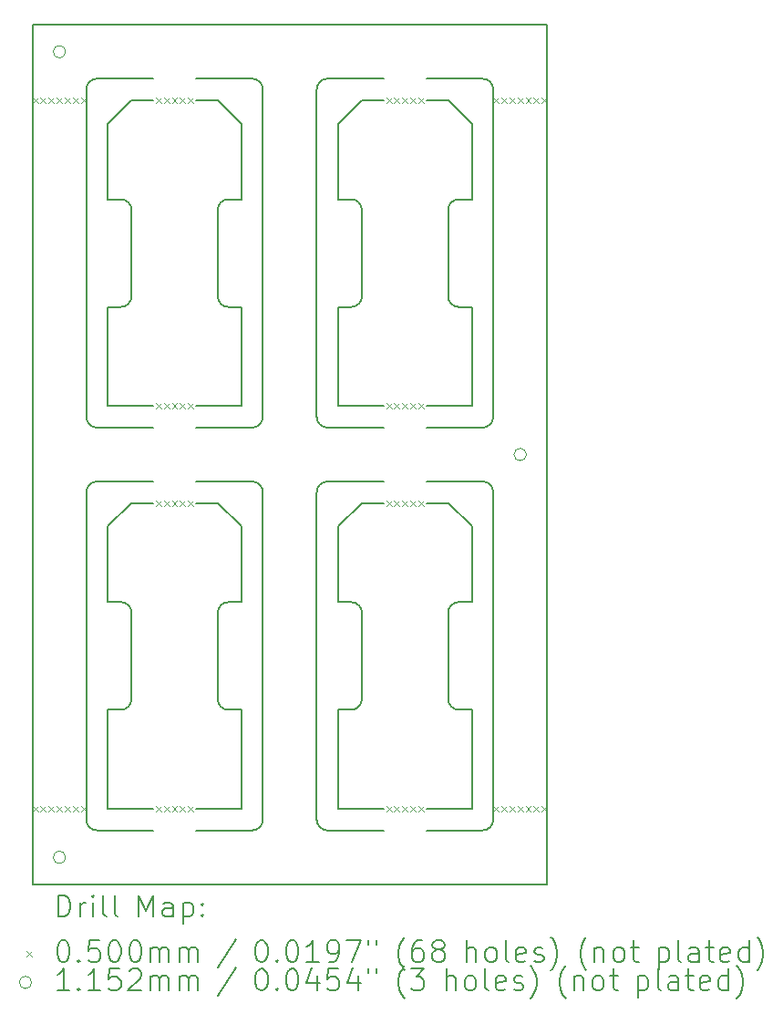
<source format=gbr>
%TF.GenerationSoftware,KiCad,Pcbnew,(7.0.0-0)*%
%TF.CreationDate,2025-08-17T10:05:12+12:00*%
%TF.ProjectId,signal_panelized_X4,7369676e-616c-45f7-9061-6e656c697a65,rev?*%
%TF.SameCoordinates,Original*%
%TF.FileFunction,Drillmap*%
%TF.FilePolarity,Positive*%
%FSLAX45Y45*%
G04 Gerber Fmt 4.5, Leading zero omitted, Abs format (unit mm)*
G04 Created by KiCad (PCBNEW (7.0.0-0)) date 2025-08-17 10:05:12*
%MOMM*%
%LPD*%
G01*
G04 APERTURE LIST*
%ADD10C,0.150000*%
%ADD11C,0.200000*%
%ADD12C,0.050000*%
%ADD13C,0.115200*%
G04 APERTURE END LIST*
D10*
X16925000Y-11765000D02*
X16925000Y-12685000D01*
X14585000Y-12785000D02*
X14585000Y-9745000D01*
X16725000Y-9045000D02*
X16725000Y-6005000D01*
X14685000Y-5905000D02*
G75*
G03*
X14585000Y-6005000I0J-100000D01*
G01*
X18165000Y-7025000D02*
X18045000Y-7025000D01*
X14905000Y-8025000D02*
G75*
G03*
X15005000Y-7925000I0J100000D01*
G01*
X16825000Y-9645000D02*
G75*
G03*
X16725000Y-9745000I0J-100000D01*
G01*
X15605004Y-8945000D02*
X16025000Y-8945000D01*
X17345000Y-12885000D02*
X16825000Y-12885000D01*
X17145000Y-10865000D02*
X17145000Y-11665000D01*
X18265000Y-12885000D02*
G75*
G03*
X18365000Y-12785000I0J100000D01*
G01*
X17947513Y-6105000D02*
X18165000Y-6322487D01*
X16025000Y-10765000D02*
X15905000Y-10765000D01*
X17945000Y-10865000D02*
X17945000Y-11665000D01*
X16925000Y-6322487D02*
X17142487Y-6105000D01*
X16125000Y-9145000D02*
X15605004Y-9145000D01*
X18165000Y-10062487D02*
X18165000Y-10765000D01*
X16225000Y-9745000D02*
G75*
G03*
X16125000Y-9645000I-100000J0D01*
G01*
X18045000Y-10765000D02*
G75*
G03*
X17945000Y-10865000I0J-100000D01*
G01*
X15605000Y-9645000D02*
X16125000Y-9645000D01*
X17045000Y-8025000D02*
G75*
G03*
X17145000Y-7925000I0J100000D01*
G01*
X17745000Y-6105000D02*
X17947513Y-6105000D01*
X16925000Y-11765000D02*
X17045000Y-11765000D01*
X17945000Y-11665000D02*
G75*
G03*
X18045000Y-11765000I100000J0D01*
G01*
X14085000Y-5405000D02*
X18865000Y-5405000D01*
X18865000Y-5405000D02*
X18865000Y-13385000D01*
X18865000Y-13385000D02*
X14085000Y-13385000D01*
X14085000Y-13385000D02*
X14085000Y-5405000D01*
X18365000Y-9745000D02*
X18365000Y-12785000D01*
X14785000Y-6322487D02*
X15002487Y-6105000D01*
X14685000Y-5905000D02*
X15204996Y-5905000D01*
X17145000Y-10865000D02*
G75*
G03*
X17045000Y-10765000I-100000J0D01*
G01*
X14785000Y-11765000D02*
X14905000Y-11765000D01*
X16925000Y-10765000D02*
X17045000Y-10765000D01*
X15905000Y-10765000D02*
G75*
G03*
X15805000Y-10865000I0J-100000D01*
G01*
X15805000Y-10865000D02*
X15805000Y-11665000D01*
X17142487Y-6105000D02*
X17344996Y-6105000D01*
X14785000Y-10062487D02*
X14785000Y-10765000D01*
X15005000Y-10865000D02*
X15005000Y-11665000D01*
X16025000Y-11765000D02*
X16025000Y-12685000D01*
X16925000Y-6322487D02*
X16925000Y-7025000D01*
X15005000Y-7125000D02*
X15005000Y-7925000D01*
X14785000Y-7025000D02*
X14905000Y-7025000D01*
X16725000Y-12785000D02*
X16725000Y-9745000D01*
X16925000Y-8025000D02*
X16925000Y-8945000D01*
X18165000Y-8025000D02*
X18045000Y-8025000D01*
X15807513Y-9845000D02*
X16025000Y-10062487D01*
X16125000Y-12885000D02*
X15605004Y-12885000D01*
X15205000Y-12885000D02*
X14685000Y-12885000D01*
X15805000Y-11665000D02*
G75*
G03*
X15905000Y-11765000I100000J0D01*
G01*
X15805000Y-7125000D02*
X15805000Y-7925000D01*
X14785000Y-8025000D02*
X14905000Y-8025000D01*
X16825000Y-5905000D02*
G75*
G03*
X16725000Y-6005000I0J-100000D01*
G01*
X14685000Y-9645000D02*
X15204996Y-9645000D01*
X18165000Y-11765000D02*
X18165000Y-12685000D01*
X18165000Y-8025000D02*
X18165000Y-8945000D01*
X15205000Y-12685000D02*
X14785000Y-12685000D01*
X16725000Y-9045000D02*
G75*
G03*
X16825000Y-9145000I100000J0D01*
G01*
X17745000Y-9845000D02*
X17947513Y-9845000D01*
X16225000Y-6005000D02*
G75*
G03*
X16125000Y-5905000I-100000J0D01*
G01*
X15605004Y-12685000D02*
X16025000Y-12685000D01*
X14585000Y-9045000D02*
G75*
G03*
X14685000Y-9145000I100000J0D01*
G01*
X18265000Y-9145000D02*
X17745004Y-9145000D01*
X17745004Y-12685000D02*
X18165000Y-12685000D01*
X15005000Y-10865000D02*
G75*
G03*
X14905000Y-10765000I-100000J0D01*
G01*
X16825000Y-9645000D02*
X17344996Y-9645000D01*
X15605000Y-6105000D02*
X15807513Y-6105000D01*
X18265000Y-12885000D02*
X17745004Y-12885000D01*
X14585000Y-12785000D02*
G75*
G03*
X14685000Y-12885000I100000J0D01*
G01*
X15805000Y-7925000D02*
G75*
G03*
X15905000Y-8025000I100000J0D01*
G01*
X14785000Y-10765000D02*
X14905000Y-10765000D01*
X16725000Y-12785000D02*
G75*
G03*
X16825000Y-12885000I100000J0D01*
G01*
X16025000Y-10062487D02*
X16025000Y-10765000D01*
X14685000Y-9645000D02*
G75*
G03*
X14585000Y-9745000I0J-100000D01*
G01*
X16125000Y-9145000D02*
G75*
G03*
X16225000Y-9045000I0J100000D01*
G01*
X16925000Y-10062487D02*
X16925000Y-10765000D01*
X17345000Y-12685000D02*
X16925000Y-12685000D01*
X18045000Y-7025000D02*
G75*
G03*
X17945000Y-7125000I0J-100000D01*
G01*
X15005000Y-7125000D02*
G75*
G03*
X14905000Y-7025000I-100000J0D01*
G01*
X17745000Y-5905000D02*
X18265000Y-5905000D01*
X16025000Y-11765000D02*
X15905000Y-11765000D01*
X18165000Y-6322487D02*
X18165000Y-7025000D01*
X17345000Y-9145000D02*
X16825000Y-9145000D01*
X16225000Y-6005000D02*
X16225000Y-9045000D01*
X18365000Y-9745000D02*
G75*
G03*
X18265000Y-9645000I-100000J0D01*
G01*
X15002487Y-6105000D02*
X15204996Y-6105000D01*
X15807513Y-6105000D02*
X16025000Y-6322487D01*
X17945000Y-7125000D02*
X17945000Y-7925000D01*
X14785000Y-11765000D02*
X14785000Y-12685000D01*
X14785000Y-6322487D02*
X14785000Y-7025000D01*
X16025000Y-8025000D02*
X15905000Y-8025000D01*
X17947513Y-9845000D02*
X18165000Y-10062487D01*
X18165000Y-10765000D02*
X18045000Y-10765000D01*
X17142487Y-9845000D02*
X17344996Y-9845000D01*
X16025000Y-6322487D02*
X16025000Y-7025000D01*
X15605000Y-9845000D02*
X15807513Y-9845000D01*
X17045000Y-11765000D02*
G75*
G03*
X17145000Y-11665000I0J100000D01*
G01*
X16225000Y-9745000D02*
X16225000Y-12785000D01*
X15605000Y-5905000D02*
X16125000Y-5905000D01*
X15205000Y-8945000D02*
X14785000Y-8945000D01*
X17745004Y-8945000D02*
X18165000Y-8945000D01*
X15205000Y-9145000D02*
X14685000Y-9145000D01*
X14585000Y-9045000D02*
X14585000Y-6005000D01*
X16925000Y-10062487D02*
X17142487Y-9845000D01*
X16125000Y-12885000D02*
G75*
G03*
X16225000Y-12785000I0J100000D01*
G01*
X18365000Y-6005000D02*
G75*
G03*
X18265000Y-5905000I-100000J0D01*
G01*
X18365000Y-6005000D02*
X18365000Y-9045000D01*
X16925000Y-7025000D02*
X17045000Y-7025000D01*
X17745000Y-9645000D02*
X18265000Y-9645000D01*
X16025000Y-8025000D02*
X16025000Y-8945000D01*
X16825000Y-5905000D02*
X17344996Y-5905000D01*
X17345000Y-8945000D02*
X16925000Y-8945000D01*
X18265000Y-9145000D02*
G75*
G03*
X18365000Y-9045000I0J100000D01*
G01*
X14905000Y-11765000D02*
G75*
G03*
X15005000Y-11665000I0J100000D01*
G01*
X14785000Y-8025000D02*
X14785000Y-8945000D01*
X15905000Y-7025000D02*
G75*
G03*
X15805000Y-7125000I0J-100000D01*
G01*
X16025000Y-7025000D02*
X15905000Y-7025000D01*
X18165000Y-11765000D02*
X18045000Y-11765000D01*
X15002487Y-9845000D02*
X15204996Y-9845000D01*
X17145000Y-7125000D02*
X17145000Y-7925000D01*
X16925000Y-8025000D02*
X17045000Y-8025000D01*
X17945000Y-7925000D02*
G75*
G03*
X18045000Y-8025000I100000J0D01*
G01*
X17145000Y-7125000D02*
G75*
G03*
X17045000Y-7025000I-100000J0D01*
G01*
X14785000Y-10062487D02*
X15002487Y-9845000D01*
D11*
D12*
X14085000Y-6080000D02*
X14135000Y-6130000D01*
X14135000Y-6080000D02*
X14085000Y-6130000D01*
X14085000Y-12660000D02*
X14135000Y-12710000D01*
X14135000Y-12660000D02*
X14085000Y-12710000D01*
X14160000Y-6080000D02*
X14210000Y-6130000D01*
X14210000Y-6080000D02*
X14160000Y-6130000D01*
X14160000Y-12660000D02*
X14210000Y-12710000D01*
X14210000Y-12660000D02*
X14160000Y-12710000D01*
X14235000Y-6080000D02*
X14285000Y-6130000D01*
X14285000Y-6080000D02*
X14235000Y-6130000D01*
X14235000Y-12660000D02*
X14285000Y-12710000D01*
X14285000Y-12660000D02*
X14235000Y-12710000D01*
X14310000Y-6080000D02*
X14360000Y-6130000D01*
X14360000Y-6080000D02*
X14310000Y-6130000D01*
X14310000Y-12660000D02*
X14360000Y-12710000D01*
X14360000Y-12660000D02*
X14310000Y-12710000D01*
X14385000Y-6080000D02*
X14435000Y-6130000D01*
X14435000Y-6080000D02*
X14385000Y-6130000D01*
X14385000Y-12660000D02*
X14435000Y-12710000D01*
X14435000Y-12660000D02*
X14385000Y-12710000D01*
X14460000Y-6080000D02*
X14510000Y-6130000D01*
X14510000Y-6080000D02*
X14460000Y-6130000D01*
X14460000Y-12660000D02*
X14510000Y-12710000D01*
X14510000Y-12660000D02*
X14460000Y-12710000D01*
X14535000Y-6080000D02*
X14585000Y-6130000D01*
X14585000Y-6080000D02*
X14535000Y-6130000D01*
X14535000Y-12660000D02*
X14585000Y-12710000D01*
X14585000Y-12660000D02*
X14535000Y-12710000D01*
X15230000Y-6080000D02*
X15280000Y-6130000D01*
X15280000Y-6080000D02*
X15230000Y-6130000D01*
X15230000Y-8920000D02*
X15280000Y-8970000D01*
X15280000Y-8920000D02*
X15230000Y-8970000D01*
X15230000Y-9820000D02*
X15280000Y-9870000D01*
X15280000Y-9820000D02*
X15230000Y-9870000D01*
X15230000Y-12660000D02*
X15280000Y-12710000D01*
X15280000Y-12660000D02*
X15230000Y-12710000D01*
X15305000Y-6080000D02*
X15355000Y-6130000D01*
X15355000Y-6080000D02*
X15305000Y-6130000D01*
X15305000Y-8920000D02*
X15355000Y-8970000D01*
X15355000Y-8920000D02*
X15305000Y-8970000D01*
X15305000Y-9820000D02*
X15355000Y-9870000D01*
X15355000Y-9820000D02*
X15305000Y-9870000D01*
X15305000Y-12660000D02*
X15355000Y-12710000D01*
X15355000Y-12660000D02*
X15305000Y-12710000D01*
X15379998Y-6080000D02*
X15429998Y-6130000D01*
X15429998Y-6080000D02*
X15379998Y-6130000D01*
X15379998Y-9820000D02*
X15429998Y-9870000D01*
X15429998Y-9820000D02*
X15379998Y-9870000D01*
X15380002Y-8920000D02*
X15430002Y-8970000D01*
X15430002Y-8920000D02*
X15380002Y-8970000D01*
X15380002Y-12660000D02*
X15430002Y-12710000D01*
X15430002Y-12660000D02*
X15380002Y-12710000D01*
X15455000Y-6080000D02*
X15505000Y-6130000D01*
X15505000Y-6080000D02*
X15455000Y-6130000D01*
X15455000Y-8920000D02*
X15505000Y-8970000D01*
X15505000Y-8920000D02*
X15455000Y-8970000D01*
X15455000Y-9820000D02*
X15505000Y-9870000D01*
X15505000Y-9820000D02*
X15455000Y-9870000D01*
X15455000Y-12660000D02*
X15505000Y-12710000D01*
X15505000Y-12660000D02*
X15455000Y-12710000D01*
X15530000Y-6080000D02*
X15580000Y-6130000D01*
X15580000Y-6080000D02*
X15530000Y-6130000D01*
X15530000Y-8920000D02*
X15580000Y-8970000D01*
X15580000Y-8920000D02*
X15530000Y-8970000D01*
X15530000Y-9820000D02*
X15580000Y-9870000D01*
X15580000Y-9820000D02*
X15530000Y-9870000D01*
X15530000Y-12660000D02*
X15580000Y-12710000D01*
X15580000Y-12660000D02*
X15530000Y-12710000D01*
X17370000Y-6080000D02*
X17420000Y-6130000D01*
X17420000Y-6080000D02*
X17370000Y-6130000D01*
X17370000Y-8920000D02*
X17420000Y-8970000D01*
X17420000Y-8920000D02*
X17370000Y-8970000D01*
X17370000Y-9820000D02*
X17420000Y-9870000D01*
X17420000Y-9820000D02*
X17370000Y-9870000D01*
X17370000Y-12660000D02*
X17420000Y-12710000D01*
X17420000Y-12660000D02*
X17370000Y-12710000D01*
X17445000Y-6080000D02*
X17495000Y-6130000D01*
X17495000Y-6080000D02*
X17445000Y-6130000D01*
X17445000Y-8920000D02*
X17495000Y-8970000D01*
X17495000Y-8920000D02*
X17445000Y-8970000D01*
X17445000Y-9820000D02*
X17495000Y-9870000D01*
X17495000Y-9820000D02*
X17445000Y-9870000D01*
X17445000Y-12660000D02*
X17495000Y-12710000D01*
X17495000Y-12660000D02*
X17445000Y-12710000D01*
X17519998Y-6080000D02*
X17569998Y-6130000D01*
X17569998Y-6080000D02*
X17519998Y-6130000D01*
X17519998Y-9820000D02*
X17569998Y-9870000D01*
X17569998Y-9820000D02*
X17519998Y-9870000D01*
X17520002Y-8920000D02*
X17570002Y-8970000D01*
X17570002Y-8920000D02*
X17520002Y-8970000D01*
X17520002Y-12660000D02*
X17570002Y-12710000D01*
X17570002Y-12660000D02*
X17520002Y-12710000D01*
X17595000Y-6080000D02*
X17645000Y-6130000D01*
X17645000Y-6080000D02*
X17595000Y-6130000D01*
X17595000Y-8920000D02*
X17645000Y-8970000D01*
X17645000Y-8920000D02*
X17595000Y-8970000D01*
X17595000Y-9820000D02*
X17645000Y-9870000D01*
X17645000Y-9820000D02*
X17595000Y-9870000D01*
X17595000Y-12660000D02*
X17645000Y-12710000D01*
X17645000Y-12660000D02*
X17595000Y-12710000D01*
X17670000Y-6080000D02*
X17720000Y-6130000D01*
X17720000Y-6080000D02*
X17670000Y-6130000D01*
X17670000Y-8920000D02*
X17720000Y-8970000D01*
X17720000Y-8920000D02*
X17670000Y-8970000D01*
X17670000Y-9820000D02*
X17720000Y-9870000D01*
X17720000Y-9820000D02*
X17670000Y-9870000D01*
X17670000Y-12660000D02*
X17720000Y-12710000D01*
X17720000Y-12660000D02*
X17670000Y-12710000D01*
X18365000Y-6080000D02*
X18415000Y-6130000D01*
X18415000Y-6080000D02*
X18365000Y-6130000D01*
X18365000Y-12660000D02*
X18415000Y-12710000D01*
X18415000Y-12660000D02*
X18365000Y-12710000D01*
X18440000Y-6080000D02*
X18490000Y-6130000D01*
X18490000Y-6080000D02*
X18440000Y-6130000D01*
X18440000Y-12660000D02*
X18490000Y-12710000D01*
X18490000Y-12660000D02*
X18440000Y-12710000D01*
X18515000Y-6080000D02*
X18565000Y-6130000D01*
X18565000Y-6080000D02*
X18515000Y-6130000D01*
X18515000Y-12660000D02*
X18565000Y-12710000D01*
X18565000Y-12660000D02*
X18515000Y-12710000D01*
X18590000Y-6080000D02*
X18640000Y-6130000D01*
X18640000Y-6080000D02*
X18590000Y-6130000D01*
X18590000Y-12660000D02*
X18640000Y-12710000D01*
X18640000Y-12660000D02*
X18590000Y-12710000D01*
X18665000Y-6080000D02*
X18715000Y-6130000D01*
X18715000Y-6080000D02*
X18665000Y-6130000D01*
X18665000Y-12660000D02*
X18715000Y-12710000D01*
X18715000Y-12660000D02*
X18665000Y-12710000D01*
X18740000Y-6080000D02*
X18790000Y-6130000D01*
X18790000Y-6080000D02*
X18740000Y-6130000D01*
X18740000Y-12660000D02*
X18790000Y-12710000D01*
X18790000Y-12660000D02*
X18740000Y-12710000D01*
X18815000Y-6080000D02*
X18865000Y-6130000D01*
X18865000Y-6080000D02*
X18815000Y-6130000D01*
X18815000Y-12660000D02*
X18865000Y-12710000D01*
X18865000Y-12660000D02*
X18815000Y-12710000D01*
D13*
X14392600Y-5655000D02*
G75*
G03*
X14392600Y-5655000I-57600J0D01*
G01*
X14392600Y-13135000D02*
G75*
G03*
X14392600Y-13135000I-57600J0D01*
G01*
X18672600Y-9395000D02*
G75*
G03*
X18672600Y-9395000I-57600J0D01*
G01*
D11*
X14325119Y-13685976D02*
X14325119Y-13485976D01*
X14325119Y-13485976D02*
X14372738Y-13485976D01*
X14372738Y-13485976D02*
X14401309Y-13495500D01*
X14401309Y-13495500D02*
X14420357Y-13514548D01*
X14420357Y-13514548D02*
X14429881Y-13533595D01*
X14429881Y-13533595D02*
X14439405Y-13571690D01*
X14439405Y-13571690D02*
X14439405Y-13600262D01*
X14439405Y-13600262D02*
X14429881Y-13638357D01*
X14429881Y-13638357D02*
X14420357Y-13657405D01*
X14420357Y-13657405D02*
X14401309Y-13676452D01*
X14401309Y-13676452D02*
X14372738Y-13685976D01*
X14372738Y-13685976D02*
X14325119Y-13685976D01*
X14525119Y-13685976D02*
X14525119Y-13552643D01*
X14525119Y-13590738D02*
X14534643Y-13571690D01*
X14534643Y-13571690D02*
X14544167Y-13562167D01*
X14544167Y-13562167D02*
X14563214Y-13552643D01*
X14563214Y-13552643D02*
X14582262Y-13552643D01*
X14648928Y-13685976D02*
X14648928Y-13552643D01*
X14648928Y-13485976D02*
X14639405Y-13495500D01*
X14639405Y-13495500D02*
X14648928Y-13505024D01*
X14648928Y-13505024D02*
X14658452Y-13495500D01*
X14658452Y-13495500D02*
X14648928Y-13485976D01*
X14648928Y-13485976D02*
X14648928Y-13505024D01*
X14772738Y-13685976D02*
X14753690Y-13676452D01*
X14753690Y-13676452D02*
X14744167Y-13657405D01*
X14744167Y-13657405D02*
X14744167Y-13485976D01*
X14877500Y-13685976D02*
X14858452Y-13676452D01*
X14858452Y-13676452D02*
X14848928Y-13657405D01*
X14848928Y-13657405D02*
X14848928Y-13485976D01*
X15073690Y-13685976D02*
X15073690Y-13485976D01*
X15073690Y-13485976D02*
X15140357Y-13628833D01*
X15140357Y-13628833D02*
X15207024Y-13485976D01*
X15207024Y-13485976D02*
X15207024Y-13685976D01*
X15387976Y-13685976D02*
X15387976Y-13581214D01*
X15387976Y-13581214D02*
X15378452Y-13562167D01*
X15378452Y-13562167D02*
X15359405Y-13552643D01*
X15359405Y-13552643D02*
X15321309Y-13552643D01*
X15321309Y-13552643D02*
X15302262Y-13562167D01*
X15387976Y-13676452D02*
X15368928Y-13685976D01*
X15368928Y-13685976D02*
X15321309Y-13685976D01*
X15321309Y-13685976D02*
X15302262Y-13676452D01*
X15302262Y-13676452D02*
X15292738Y-13657405D01*
X15292738Y-13657405D02*
X15292738Y-13638357D01*
X15292738Y-13638357D02*
X15302262Y-13619309D01*
X15302262Y-13619309D02*
X15321309Y-13609786D01*
X15321309Y-13609786D02*
X15368928Y-13609786D01*
X15368928Y-13609786D02*
X15387976Y-13600262D01*
X15483214Y-13552643D02*
X15483214Y-13752643D01*
X15483214Y-13562167D02*
X15502262Y-13552643D01*
X15502262Y-13552643D02*
X15540357Y-13552643D01*
X15540357Y-13552643D02*
X15559405Y-13562167D01*
X15559405Y-13562167D02*
X15568928Y-13571690D01*
X15568928Y-13571690D02*
X15578452Y-13590738D01*
X15578452Y-13590738D02*
X15578452Y-13647881D01*
X15578452Y-13647881D02*
X15568928Y-13666928D01*
X15568928Y-13666928D02*
X15559405Y-13676452D01*
X15559405Y-13676452D02*
X15540357Y-13685976D01*
X15540357Y-13685976D02*
X15502262Y-13685976D01*
X15502262Y-13685976D02*
X15483214Y-13676452D01*
X15664167Y-13666928D02*
X15673690Y-13676452D01*
X15673690Y-13676452D02*
X15664167Y-13685976D01*
X15664167Y-13685976D02*
X15654643Y-13676452D01*
X15654643Y-13676452D02*
X15664167Y-13666928D01*
X15664167Y-13666928D02*
X15664167Y-13685976D01*
X15664167Y-13562167D02*
X15673690Y-13571690D01*
X15673690Y-13571690D02*
X15664167Y-13581214D01*
X15664167Y-13581214D02*
X15654643Y-13571690D01*
X15654643Y-13571690D02*
X15664167Y-13562167D01*
X15664167Y-13562167D02*
X15664167Y-13581214D01*
D12*
X14027500Y-14007500D02*
X14077500Y-14057500D01*
X14077500Y-14007500D02*
X14027500Y-14057500D01*
D11*
X14363214Y-13905976D02*
X14382262Y-13905976D01*
X14382262Y-13905976D02*
X14401309Y-13915500D01*
X14401309Y-13915500D02*
X14410833Y-13925024D01*
X14410833Y-13925024D02*
X14420357Y-13944071D01*
X14420357Y-13944071D02*
X14429881Y-13982167D01*
X14429881Y-13982167D02*
X14429881Y-14029786D01*
X14429881Y-14029786D02*
X14420357Y-14067881D01*
X14420357Y-14067881D02*
X14410833Y-14086928D01*
X14410833Y-14086928D02*
X14401309Y-14096452D01*
X14401309Y-14096452D02*
X14382262Y-14105976D01*
X14382262Y-14105976D02*
X14363214Y-14105976D01*
X14363214Y-14105976D02*
X14344167Y-14096452D01*
X14344167Y-14096452D02*
X14334643Y-14086928D01*
X14334643Y-14086928D02*
X14325119Y-14067881D01*
X14325119Y-14067881D02*
X14315595Y-14029786D01*
X14315595Y-14029786D02*
X14315595Y-13982167D01*
X14315595Y-13982167D02*
X14325119Y-13944071D01*
X14325119Y-13944071D02*
X14334643Y-13925024D01*
X14334643Y-13925024D02*
X14344167Y-13915500D01*
X14344167Y-13915500D02*
X14363214Y-13905976D01*
X14515595Y-14086928D02*
X14525119Y-14096452D01*
X14525119Y-14096452D02*
X14515595Y-14105976D01*
X14515595Y-14105976D02*
X14506071Y-14096452D01*
X14506071Y-14096452D02*
X14515595Y-14086928D01*
X14515595Y-14086928D02*
X14515595Y-14105976D01*
X14706071Y-13905976D02*
X14610833Y-13905976D01*
X14610833Y-13905976D02*
X14601309Y-14001214D01*
X14601309Y-14001214D02*
X14610833Y-13991690D01*
X14610833Y-13991690D02*
X14629881Y-13982167D01*
X14629881Y-13982167D02*
X14677500Y-13982167D01*
X14677500Y-13982167D02*
X14696548Y-13991690D01*
X14696548Y-13991690D02*
X14706071Y-14001214D01*
X14706071Y-14001214D02*
X14715595Y-14020262D01*
X14715595Y-14020262D02*
X14715595Y-14067881D01*
X14715595Y-14067881D02*
X14706071Y-14086928D01*
X14706071Y-14086928D02*
X14696548Y-14096452D01*
X14696548Y-14096452D02*
X14677500Y-14105976D01*
X14677500Y-14105976D02*
X14629881Y-14105976D01*
X14629881Y-14105976D02*
X14610833Y-14096452D01*
X14610833Y-14096452D02*
X14601309Y-14086928D01*
X14839405Y-13905976D02*
X14858452Y-13905976D01*
X14858452Y-13905976D02*
X14877500Y-13915500D01*
X14877500Y-13915500D02*
X14887024Y-13925024D01*
X14887024Y-13925024D02*
X14896548Y-13944071D01*
X14896548Y-13944071D02*
X14906071Y-13982167D01*
X14906071Y-13982167D02*
X14906071Y-14029786D01*
X14906071Y-14029786D02*
X14896548Y-14067881D01*
X14896548Y-14067881D02*
X14887024Y-14086928D01*
X14887024Y-14086928D02*
X14877500Y-14096452D01*
X14877500Y-14096452D02*
X14858452Y-14105976D01*
X14858452Y-14105976D02*
X14839405Y-14105976D01*
X14839405Y-14105976D02*
X14820357Y-14096452D01*
X14820357Y-14096452D02*
X14810833Y-14086928D01*
X14810833Y-14086928D02*
X14801309Y-14067881D01*
X14801309Y-14067881D02*
X14791786Y-14029786D01*
X14791786Y-14029786D02*
X14791786Y-13982167D01*
X14791786Y-13982167D02*
X14801309Y-13944071D01*
X14801309Y-13944071D02*
X14810833Y-13925024D01*
X14810833Y-13925024D02*
X14820357Y-13915500D01*
X14820357Y-13915500D02*
X14839405Y-13905976D01*
X15029881Y-13905976D02*
X15048929Y-13905976D01*
X15048929Y-13905976D02*
X15067976Y-13915500D01*
X15067976Y-13915500D02*
X15077500Y-13925024D01*
X15077500Y-13925024D02*
X15087024Y-13944071D01*
X15087024Y-13944071D02*
X15096548Y-13982167D01*
X15096548Y-13982167D02*
X15096548Y-14029786D01*
X15096548Y-14029786D02*
X15087024Y-14067881D01*
X15087024Y-14067881D02*
X15077500Y-14086928D01*
X15077500Y-14086928D02*
X15067976Y-14096452D01*
X15067976Y-14096452D02*
X15048929Y-14105976D01*
X15048929Y-14105976D02*
X15029881Y-14105976D01*
X15029881Y-14105976D02*
X15010833Y-14096452D01*
X15010833Y-14096452D02*
X15001309Y-14086928D01*
X15001309Y-14086928D02*
X14991786Y-14067881D01*
X14991786Y-14067881D02*
X14982262Y-14029786D01*
X14982262Y-14029786D02*
X14982262Y-13982167D01*
X14982262Y-13982167D02*
X14991786Y-13944071D01*
X14991786Y-13944071D02*
X15001309Y-13925024D01*
X15001309Y-13925024D02*
X15010833Y-13915500D01*
X15010833Y-13915500D02*
X15029881Y-13905976D01*
X15182262Y-14105976D02*
X15182262Y-13972643D01*
X15182262Y-13991690D02*
X15191786Y-13982167D01*
X15191786Y-13982167D02*
X15210833Y-13972643D01*
X15210833Y-13972643D02*
X15239405Y-13972643D01*
X15239405Y-13972643D02*
X15258452Y-13982167D01*
X15258452Y-13982167D02*
X15267976Y-14001214D01*
X15267976Y-14001214D02*
X15267976Y-14105976D01*
X15267976Y-14001214D02*
X15277500Y-13982167D01*
X15277500Y-13982167D02*
X15296548Y-13972643D01*
X15296548Y-13972643D02*
X15325119Y-13972643D01*
X15325119Y-13972643D02*
X15344167Y-13982167D01*
X15344167Y-13982167D02*
X15353690Y-14001214D01*
X15353690Y-14001214D02*
X15353690Y-14105976D01*
X15448929Y-14105976D02*
X15448929Y-13972643D01*
X15448929Y-13991690D02*
X15458452Y-13982167D01*
X15458452Y-13982167D02*
X15477500Y-13972643D01*
X15477500Y-13972643D02*
X15506071Y-13972643D01*
X15506071Y-13972643D02*
X15525119Y-13982167D01*
X15525119Y-13982167D02*
X15534643Y-14001214D01*
X15534643Y-14001214D02*
X15534643Y-14105976D01*
X15534643Y-14001214D02*
X15544167Y-13982167D01*
X15544167Y-13982167D02*
X15563214Y-13972643D01*
X15563214Y-13972643D02*
X15591786Y-13972643D01*
X15591786Y-13972643D02*
X15610833Y-13982167D01*
X15610833Y-13982167D02*
X15620357Y-14001214D01*
X15620357Y-14001214D02*
X15620357Y-14105976D01*
X15978452Y-13896452D02*
X15807024Y-14153595D01*
X16203214Y-13905976D02*
X16222262Y-13905976D01*
X16222262Y-13905976D02*
X16241310Y-13915500D01*
X16241310Y-13915500D02*
X16250833Y-13925024D01*
X16250833Y-13925024D02*
X16260357Y-13944071D01*
X16260357Y-13944071D02*
X16269881Y-13982167D01*
X16269881Y-13982167D02*
X16269881Y-14029786D01*
X16269881Y-14029786D02*
X16260357Y-14067881D01*
X16260357Y-14067881D02*
X16250833Y-14086928D01*
X16250833Y-14086928D02*
X16241310Y-14096452D01*
X16241310Y-14096452D02*
X16222262Y-14105976D01*
X16222262Y-14105976D02*
X16203214Y-14105976D01*
X16203214Y-14105976D02*
X16184167Y-14096452D01*
X16184167Y-14096452D02*
X16174643Y-14086928D01*
X16174643Y-14086928D02*
X16165119Y-14067881D01*
X16165119Y-14067881D02*
X16155595Y-14029786D01*
X16155595Y-14029786D02*
X16155595Y-13982167D01*
X16155595Y-13982167D02*
X16165119Y-13944071D01*
X16165119Y-13944071D02*
X16174643Y-13925024D01*
X16174643Y-13925024D02*
X16184167Y-13915500D01*
X16184167Y-13915500D02*
X16203214Y-13905976D01*
X16355595Y-14086928D02*
X16365119Y-14096452D01*
X16365119Y-14096452D02*
X16355595Y-14105976D01*
X16355595Y-14105976D02*
X16346071Y-14096452D01*
X16346071Y-14096452D02*
X16355595Y-14086928D01*
X16355595Y-14086928D02*
X16355595Y-14105976D01*
X16488929Y-13905976D02*
X16507976Y-13905976D01*
X16507976Y-13905976D02*
X16527024Y-13915500D01*
X16527024Y-13915500D02*
X16536548Y-13925024D01*
X16536548Y-13925024D02*
X16546071Y-13944071D01*
X16546071Y-13944071D02*
X16555595Y-13982167D01*
X16555595Y-13982167D02*
X16555595Y-14029786D01*
X16555595Y-14029786D02*
X16546071Y-14067881D01*
X16546071Y-14067881D02*
X16536548Y-14086928D01*
X16536548Y-14086928D02*
X16527024Y-14096452D01*
X16527024Y-14096452D02*
X16507976Y-14105976D01*
X16507976Y-14105976D02*
X16488929Y-14105976D01*
X16488929Y-14105976D02*
X16469881Y-14096452D01*
X16469881Y-14096452D02*
X16460357Y-14086928D01*
X16460357Y-14086928D02*
X16450833Y-14067881D01*
X16450833Y-14067881D02*
X16441310Y-14029786D01*
X16441310Y-14029786D02*
X16441310Y-13982167D01*
X16441310Y-13982167D02*
X16450833Y-13944071D01*
X16450833Y-13944071D02*
X16460357Y-13925024D01*
X16460357Y-13925024D02*
X16469881Y-13915500D01*
X16469881Y-13915500D02*
X16488929Y-13905976D01*
X16746071Y-14105976D02*
X16631786Y-14105976D01*
X16688929Y-14105976D02*
X16688929Y-13905976D01*
X16688929Y-13905976D02*
X16669881Y-13934548D01*
X16669881Y-13934548D02*
X16650833Y-13953595D01*
X16650833Y-13953595D02*
X16631786Y-13963119D01*
X16841310Y-14105976D02*
X16879405Y-14105976D01*
X16879405Y-14105976D02*
X16898453Y-14096452D01*
X16898453Y-14096452D02*
X16907976Y-14086928D01*
X16907976Y-14086928D02*
X16927024Y-14058357D01*
X16927024Y-14058357D02*
X16936548Y-14020262D01*
X16936548Y-14020262D02*
X16936548Y-13944071D01*
X16936548Y-13944071D02*
X16927024Y-13925024D01*
X16927024Y-13925024D02*
X16917500Y-13915500D01*
X16917500Y-13915500D02*
X16898453Y-13905976D01*
X16898453Y-13905976D02*
X16860357Y-13905976D01*
X16860357Y-13905976D02*
X16841310Y-13915500D01*
X16841310Y-13915500D02*
X16831786Y-13925024D01*
X16831786Y-13925024D02*
X16822262Y-13944071D01*
X16822262Y-13944071D02*
X16822262Y-13991690D01*
X16822262Y-13991690D02*
X16831786Y-14010738D01*
X16831786Y-14010738D02*
X16841310Y-14020262D01*
X16841310Y-14020262D02*
X16860357Y-14029786D01*
X16860357Y-14029786D02*
X16898453Y-14029786D01*
X16898453Y-14029786D02*
X16917500Y-14020262D01*
X16917500Y-14020262D02*
X16927024Y-14010738D01*
X16927024Y-14010738D02*
X16936548Y-13991690D01*
X17003214Y-13905976D02*
X17136548Y-13905976D01*
X17136548Y-13905976D02*
X17050833Y-14105976D01*
X17203214Y-13905976D02*
X17203214Y-13944071D01*
X17279405Y-13905976D02*
X17279405Y-13944071D01*
X17542262Y-14182167D02*
X17532738Y-14172643D01*
X17532738Y-14172643D02*
X17513691Y-14144071D01*
X17513691Y-14144071D02*
X17504167Y-14125024D01*
X17504167Y-14125024D02*
X17494643Y-14096452D01*
X17494643Y-14096452D02*
X17485119Y-14048833D01*
X17485119Y-14048833D02*
X17485119Y-14010738D01*
X17485119Y-14010738D02*
X17494643Y-13963119D01*
X17494643Y-13963119D02*
X17504167Y-13934548D01*
X17504167Y-13934548D02*
X17513691Y-13915500D01*
X17513691Y-13915500D02*
X17532738Y-13886928D01*
X17532738Y-13886928D02*
X17542262Y-13877405D01*
X17704167Y-13905976D02*
X17666072Y-13905976D01*
X17666072Y-13905976D02*
X17647024Y-13915500D01*
X17647024Y-13915500D02*
X17637500Y-13925024D01*
X17637500Y-13925024D02*
X17618453Y-13953595D01*
X17618453Y-13953595D02*
X17608929Y-13991690D01*
X17608929Y-13991690D02*
X17608929Y-14067881D01*
X17608929Y-14067881D02*
X17618453Y-14086928D01*
X17618453Y-14086928D02*
X17627976Y-14096452D01*
X17627976Y-14096452D02*
X17647024Y-14105976D01*
X17647024Y-14105976D02*
X17685119Y-14105976D01*
X17685119Y-14105976D02*
X17704167Y-14096452D01*
X17704167Y-14096452D02*
X17713691Y-14086928D01*
X17713691Y-14086928D02*
X17723214Y-14067881D01*
X17723214Y-14067881D02*
X17723214Y-14020262D01*
X17723214Y-14020262D02*
X17713691Y-14001214D01*
X17713691Y-14001214D02*
X17704167Y-13991690D01*
X17704167Y-13991690D02*
X17685119Y-13982167D01*
X17685119Y-13982167D02*
X17647024Y-13982167D01*
X17647024Y-13982167D02*
X17627976Y-13991690D01*
X17627976Y-13991690D02*
X17618453Y-14001214D01*
X17618453Y-14001214D02*
X17608929Y-14020262D01*
X17837500Y-13991690D02*
X17818453Y-13982167D01*
X17818453Y-13982167D02*
X17808929Y-13972643D01*
X17808929Y-13972643D02*
X17799405Y-13953595D01*
X17799405Y-13953595D02*
X17799405Y-13944071D01*
X17799405Y-13944071D02*
X17808929Y-13925024D01*
X17808929Y-13925024D02*
X17818453Y-13915500D01*
X17818453Y-13915500D02*
X17837500Y-13905976D01*
X17837500Y-13905976D02*
X17875595Y-13905976D01*
X17875595Y-13905976D02*
X17894643Y-13915500D01*
X17894643Y-13915500D02*
X17904167Y-13925024D01*
X17904167Y-13925024D02*
X17913691Y-13944071D01*
X17913691Y-13944071D02*
X17913691Y-13953595D01*
X17913691Y-13953595D02*
X17904167Y-13972643D01*
X17904167Y-13972643D02*
X17894643Y-13982167D01*
X17894643Y-13982167D02*
X17875595Y-13991690D01*
X17875595Y-13991690D02*
X17837500Y-13991690D01*
X17837500Y-13991690D02*
X17818453Y-14001214D01*
X17818453Y-14001214D02*
X17808929Y-14010738D01*
X17808929Y-14010738D02*
X17799405Y-14029786D01*
X17799405Y-14029786D02*
X17799405Y-14067881D01*
X17799405Y-14067881D02*
X17808929Y-14086928D01*
X17808929Y-14086928D02*
X17818453Y-14096452D01*
X17818453Y-14096452D02*
X17837500Y-14105976D01*
X17837500Y-14105976D02*
X17875595Y-14105976D01*
X17875595Y-14105976D02*
X17894643Y-14096452D01*
X17894643Y-14096452D02*
X17904167Y-14086928D01*
X17904167Y-14086928D02*
X17913691Y-14067881D01*
X17913691Y-14067881D02*
X17913691Y-14029786D01*
X17913691Y-14029786D02*
X17904167Y-14010738D01*
X17904167Y-14010738D02*
X17894643Y-14001214D01*
X17894643Y-14001214D02*
X17875595Y-13991690D01*
X18119405Y-14105976D02*
X18119405Y-13905976D01*
X18205119Y-14105976D02*
X18205119Y-14001214D01*
X18205119Y-14001214D02*
X18195595Y-13982167D01*
X18195595Y-13982167D02*
X18176548Y-13972643D01*
X18176548Y-13972643D02*
X18147976Y-13972643D01*
X18147976Y-13972643D02*
X18128929Y-13982167D01*
X18128929Y-13982167D02*
X18119405Y-13991690D01*
X18328929Y-14105976D02*
X18309881Y-14096452D01*
X18309881Y-14096452D02*
X18300357Y-14086928D01*
X18300357Y-14086928D02*
X18290834Y-14067881D01*
X18290834Y-14067881D02*
X18290834Y-14010738D01*
X18290834Y-14010738D02*
X18300357Y-13991690D01*
X18300357Y-13991690D02*
X18309881Y-13982167D01*
X18309881Y-13982167D02*
X18328929Y-13972643D01*
X18328929Y-13972643D02*
X18357500Y-13972643D01*
X18357500Y-13972643D02*
X18376548Y-13982167D01*
X18376548Y-13982167D02*
X18386072Y-13991690D01*
X18386072Y-13991690D02*
X18395595Y-14010738D01*
X18395595Y-14010738D02*
X18395595Y-14067881D01*
X18395595Y-14067881D02*
X18386072Y-14086928D01*
X18386072Y-14086928D02*
X18376548Y-14096452D01*
X18376548Y-14096452D02*
X18357500Y-14105976D01*
X18357500Y-14105976D02*
X18328929Y-14105976D01*
X18509881Y-14105976D02*
X18490834Y-14096452D01*
X18490834Y-14096452D02*
X18481310Y-14077405D01*
X18481310Y-14077405D02*
X18481310Y-13905976D01*
X18662262Y-14096452D02*
X18643215Y-14105976D01*
X18643215Y-14105976D02*
X18605119Y-14105976D01*
X18605119Y-14105976D02*
X18586072Y-14096452D01*
X18586072Y-14096452D02*
X18576548Y-14077405D01*
X18576548Y-14077405D02*
X18576548Y-14001214D01*
X18576548Y-14001214D02*
X18586072Y-13982167D01*
X18586072Y-13982167D02*
X18605119Y-13972643D01*
X18605119Y-13972643D02*
X18643215Y-13972643D01*
X18643215Y-13972643D02*
X18662262Y-13982167D01*
X18662262Y-13982167D02*
X18671786Y-14001214D01*
X18671786Y-14001214D02*
X18671786Y-14020262D01*
X18671786Y-14020262D02*
X18576548Y-14039309D01*
X18747976Y-14096452D02*
X18767024Y-14105976D01*
X18767024Y-14105976D02*
X18805119Y-14105976D01*
X18805119Y-14105976D02*
X18824167Y-14096452D01*
X18824167Y-14096452D02*
X18833691Y-14077405D01*
X18833691Y-14077405D02*
X18833691Y-14067881D01*
X18833691Y-14067881D02*
X18824167Y-14048833D01*
X18824167Y-14048833D02*
X18805119Y-14039309D01*
X18805119Y-14039309D02*
X18776548Y-14039309D01*
X18776548Y-14039309D02*
X18757500Y-14029786D01*
X18757500Y-14029786D02*
X18747976Y-14010738D01*
X18747976Y-14010738D02*
X18747976Y-14001214D01*
X18747976Y-14001214D02*
X18757500Y-13982167D01*
X18757500Y-13982167D02*
X18776548Y-13972643D01*
X18776548Y-13972643D02*
X18805119Y-13972643D01*
X18805119Y-13972643D02*
X18824167Y-13982167D01*
X18900357Y-14182167D02*
X18909881Y-14172643D01*
X18909881Y-14172643D02*
X18928929Y-14144071D01*
X18928929Y-14144071D02*
X18938453Y-14125024D01*
X18938453Y-14125024D02*
X18947976Y-14096452D01*
X18947976Y-14096452D02*
X18957500Y-14048833D01*
X18957500Y-14048833D02*
X18957500Y-14010738D01*
X18957500Y-14010738D02*
X18947976Y-13963119D01*
X18947976Y-13963119D02*
X18938453Y-13934548D01*
X18938453Y-13934548D02*
X18928929Y-13915500D01*
X18928929Y-13915500D02*
X18909881Y-13886928D01*
X18909881Y-13886928D02*
X18900357Y-13877405D01*
X19229881Y-14182167D02*
X19220357Y-14172643D01*
X19220357Y-14172643D02*
X19201310Y-14144071D01*
X19201310Y-14144071D02*
X19191786Y-14125024D01*
X19191786Y-14125024D02*
X19182262Y-14096452D01*
X19182262Y-14096452D02*
X19172738Y-14048833D01*
X19172738Y-14048833D02*
X19172738Y-14010738D01*
X19172738Y-14010738D02*
X19182262Y-13963119D01*
X19182262Y-13963119D02*
X19191786Y-13934548D01*
X19191786Y-13934548D02*
X19201310Y-13915500D01*
X19201310Y-13915500D02*
X19220357Y-13886928D01*
X19220357Y-13886928D02*
X19229881Y-13877405D01*
X19306072Y-13972643D02*
X19306072Y-14105976D01*
X19306072Y-13991690D02*
X19315595Y-13982167D01*
X19315595Y-13982167D02*
X19334643Y-13972643D01*
X19334643Y-13972643D02*
X19363215Y-13972643D01*
X19363215Y-13972643D02*
X19382262Y-13982167D01*
X19382262Y-13982167D02*
X19391786Y-14001214D01*
X19391786Y-14001214D02*
X19391786Y-14105976D01*
X19515595Y-14105976D02*
X19496548Y-14096452D01*
X19496548Y-14096452D02*
X19487024Y-14086928D01*
X19487024Y-14086928D02*
X19477500Y-14067881D01*
X19477500Y-14067881D02*
X19477500Y-14010738D01*
X19477500Y-14010738D02*
X19487024Y-13991690D01*
X19487024Y-13991690D02*
X19496548Y-13982167D01*
X19496548Y-13982167D02*
X19515595Y-13972643D01*
X19515595Y-13972643D02*
X19544167Y-13972643D01*
X19544167Y-13972643D02*
X19563215Y-13982167D01*
X19563215Y-13982167D02*
X19572738Y-13991690D01*
X19572738Y-13991690D02*
X19582262Y-14010738D01*
X19582262Y-14010738D02*
X19582262Y-14067881D01*
X19582262Y-14067881D02*
X19572738Y-14086928D01*
X19572738Y-14086928D02*
X19563215Y-14096452D01*
X19563215Y-14096452D02*
X19544167Y-14105976D01*
X19544167Y-14105976D02*
X19515595Y-14105976D01*
X19639405Y-13972643D02*
X19715595Y-13972643D01*
X19667976Y-13905976D02*
X19667976Y-14077405D01*
X19667976Y-14077405D02*
X19677500Y-14096452D01*
X19677500Y-14096452D02*
X19696548Y-14105976D01*
X19696548Y-14105976D02*
X19715595Y-14105976D01*
X19902262Y-13972643D02*
X19902262Y-14172643D01*
X19902262Y-13982167D02*
X19921310Y-13972643D01*
X19921310Y-13972643D02*
X19959405Y-13972643D01*
X19959405Y-13972643D02*
X19978453Y-13982167D01*
X19978453Y-13982167D02*
X19987976Y-13991690D01*
X19987976Y-13991690D02*
X19997500Y-14010738D01*
X19997500Y-14010738D02*
X19997500Y-14067881D01*
X19997500Y-14067881D02*
X19987976Y-14086928D01*
X19987976Y-14086928D02*
X19978453Y-14096452D01*
X19978453Y-14096452D02*
X19959405Y-14105976D01*
X19959405Y-14105976D02*
X19921310Y-14105976D01*
X19921310Y-14105976D02*
X19902262Y-14096452D01*
X20111786Y-14105976D02*
X20092738Y-14096452D01*
X20092738Y-14096452D02*
X20083215Y-14077405D01*
X20083215Y-14077405D02*
X20083215Y-13905976D01*
X20273691Y-14105976D02*
X20273691Y-14001214D01*
X20273691Y-14001214D02*
X20264167Y-13982167D01*
X20264167Y-13982167D02*
X20245119Y-13972643D01*
X20245119Y-13972643D02*
X20207024Y-13972643D01*
X20207024Y-13972643D02*
X20187976Y-13982167D01*
X20273691Y-14096452D02*
X20254643Y-14105976D01*
X20254643Y-14105976D02*
X20207024Y-14105976D01*
X20207024Y-14105976D02*
X20187976Y-14096452D01*
X20187976Y-14096452D02*
X20178453Y-14077405D01*
X20178453Y-14077405D02*
X20178453Y-14058357D01*
X20178453Y-14058357D02*
X20187976Y-14039309D01*
X20187976Y-14039309D02*
X20207024Y-14029786D01*
X20207024Y-14029786D02*
X20254643Y-14029786D01*
X20254643Y-14029786D02*
X20273691Y-14020262D01*
X20340357Y-13972643D02*
X20416548Y-13972643D01*
X20368929Y-13905976D02*
X20368929Y-14077405D01*
X20368929Y-14077405D02*
X20378453Y-14096452D01*
X20378453Y-14096452D02*
X20397500Y-14105976D01*
X20397500Y-14105976D02*
X20416548Y-14105976D01*
X20559405Y-14096452D02*
X20540357Y-14105976D01*
X20540357Y-14105976D02*
X20502262Y-14105976D01*
X20502262Y-14105976D02*
X20483215Y-14096452D01*
X20483215Y-14096452D02*
X20473691Y-14077405D01*
X20473691Y-14077405D02*
X20473691Y-14001214D01*
X20473691Y-14001214D02*
X20483215Y-13982167D01*
X20483215Y-13982167D02*
X20502262Y-13972643D01*
X20502262Y-13972643D02*
X20540357Y-13972643D01*
X20540357Y-13972643D02*
X20559405Y-13982167D01*
X20559405Y-13982167D02*
X20568929Y-14001214D01*
X20568929Y-14001214D02*
X20568929Y-14020262D01*
X20568929Y-14020262D02*
X20473691Y-14039309D01*
X20740357Y-14105976D02*
X20740357Y-13905976D01*
X20740357Y-14096452D02*
X20721310Y-14105976D01*
X20721310Y-14105976D02*
X20683215Y-14105976D01*
X20683215Y-14105976D02*
X20664167Y-14096452D01*
X20664167Y-14096452D02*
X20654643Y-14086928D01*
X20654643Y-14086928D02*
X20645119Y-14067881D01*
X20645119Y-14067881D02*
X20645119Y-14010738D01*
X20645119Y-14010738D02*
X20654643Y-13991690D01*
X20654643Y-13991690D02*
X20664167Y-13982167D01*
X20664167Y-13982167D02*
X20683215Y-13972643D01*
X20683215Y-13972643D02*
X20721310Y-13972643D01*
X20721310Y-13972643D02*
X20740357Y-13982167D01*
X20816548Y-14182167D02*
X20826072Y-14172643D01*
X20826072Y-14172643D02*
X20845119Y-14144071D01*
X20845119Y-14144071D02*
X20854643Y-14125024D01*
X20854643Y-14125024D02*
X20864167Y-14096452D01*
X20864167Y-14096452D02*
X20873691Y-14048833D01*
X20873691Y-14048833D02*
X20873691Y-14010738D01*
X20873691Y-14010738D02*
X20864167Y-13963119D01*
X20864167Y-13963119D02*
X20854643Y-13934548D01*
X20854643Y-13934548D02*
X20845119Y-13915500D01*
X20845119Y-13915500D02*
X20826072Y-13886928D01*
X20826072Y-13886928D02*
X20816548Y-13877405D01*
D13*
X14077500Y-14296500D02*
G75*
G03*
X14077500Y-14296500I-57600J0D01*
G01*
D11*
X14429881Y-14369976D02*
X14315595Y-14369976D01*
X14372738Y-14369976D02*
X14372738Y-14169976D01*
X14372738Y-14169976D02*
X14353690Y-14198548D01*
X14353690Y-14198548D02*
X14334643Y-14217595D01*
X14334643Y-14217595D02*
X14315595Y-14227119D01*
X14515595Y-14350928D02*
X14525119Y-14360452D01*
X14525119Y-14360452D02*
X14515595Y-14369976D01*
X14515595Y-14369976D02*
X14506071Y-14360452D01*
X14506071Y-14360452D02*
X14515595Y-14350928D01*
X14515595Y-14350928D02*
X14515595Y-14369976D01*
X14715595Y-14369976D02*
X14601309Y-14369976D01*
X14658452Y-14369976D02*
X14658452Y-14169976D01*
X14658452Y-14169976D02*
X14639405Y-14198548D01*
X14639405Y-14198548D02*
X14620357Y-14217595D01*
X14620357Y-14217595D02*
X14601309Y-14227119D01*
X14896548Y-14169976D02*
X14801309Y-14169976D01*
X14801309Y-14169976D02*
X14791786Y-14265214D01*
X14791786Y-14265214D02*
X14801309Y-14255690D01*
X14801309Y-14255690D02*
X14820357Y-14246167D01*
X14820357Y-14246167D02*
X14867976Y-14246167D01*
X14867976Y-14246167D02*
X14887024Y-14255690D01*
X14887024Y-14255690D02*
X14896548Y-14265214D01*
X14896548Y-14265214D02*
X14906071Y-14284262D01*
X14906071Y-14284262D02*
X14906071Y-14331881D01*
X14906071Y-14331881D02*
X14896548Y-14350928D01*
X14896548Y-14350928D02*
X14887024Y-14360452D01*
X14887024Y-14360452D02*
X14867976Y-14369976D01*
X14867976Y-14369976D02*
X14820357Y-14369976D01*
X14820357Y-14369976D02*
X14801309Y-14360452D01*
X14801309Y-14360452D02*
X14791786Y-14350928D01*
X14982262Y-14189024D02*
X14991786Y-14179500D01*
X14991786Y-14179500D02*
X15010833Y-14169976D01*
X15010833Y-14169976D02*
X15058452Y-14169976D01*
X15058452Y-14169976D02*
X15077500Y-14179500D01*
X15077500Y-14179500D02*
X15087024Y-14189024D01*
X15087024Y-14189024D02*
X15096548Y-14208071D01*
X15096548Y-14208071D02*
X15096548Y-14227119D01*
X15096548Y-14227119D02*
X15087024Y-14255690D01*
X15087024Y-14255690D02*
X14972738Y-14369976D01*
X14972738Y-14369976D02*
X15096548Y-14369976D01*
X15182262Y-14369976D02*
X15182262Y-14236643D01*
X15182262Y-14255690D02*
X15191786Y-14246167D01*
X15191786Y-14246167D02*
X15210833Y-14236643D01*
X15210833Y-14236643D02*
X15239405Y-14236643D01*
X15239405Y-14236643D02*
X15258452Y-14246167D01*
X15258452Y-14246167D02*
X15267976Y-14265214D01*
X15267976Y-14265214D02*
X15267976Y-14369976D01*
X15267976Y-14265214D02*
X15277500Y-14246167D01*
X15277500Y-14246167D02*
X15296548Y-14236643D01*
X15296548Y-14236643D02*
X15325119Y-14236643D01*
X15325119Y-14236643D02*
X15344167Y-14246167D01*
X15344167Y-14246167D02*
X15353690Y-14265214D01*
X15353690Y-14265214D02*
X15353690Y-14369976D01*
X15448929Y-14369976D02*
X15448929Y-14236643D01*
X15448929Y-14255690D02*
X15458452Y-14246167D01*
X15458452Y-14246167D02*
X15477500Y-14236643D01*
X15477500Y-14236643D02*
X15506071Y-14236643D01*
X15506071Y-14236643D02*
X15525119Y-14246167D01*
X15525119Y-14246167D02*
X15534643Y-14265214D01*
X15534643Y-14265214D02*
X15534643Y-14369976D01*
X15534643Y-14265214D02*
X15544167Y-14246167D01*
X15544167Y-14246167D02*
X15563214Y-14236643D01*
X15563214Y-14236643D02*
X15591786Y-14236643D01*
X15591786Y-14236643D02*
X15610833Y-14246167D01*
X15610833Y-14246167D02*
X15620357Y-14265214D01*
X15620357Y-14265214D02*
X15620357Y-14369976D01*
X15978452Y-14160452D02*
X15807024Y-14417595D01*
X16203214Y-14169976D02*
X16222262Y-14169976D01*
X16222262Y-14169976D02*
X16241310Y-14179500D01*
X16241310Y-14179500D02*
X16250833Y-14189024D01*
X16250833Y-14189024D02*
X16260357Y-14208071D01*
X16260357Y-14208071D02*
X16269881Y-14246167D01*
X16269881Y-14246167D02*
X16269881Y-14293786D01*
X16269881Y-14293786D02*
X16260357Y-14331881D01*
X16260357Y-14331881D02*
X16250833Y-14350928D01*
X16250833Y-14350928D02*
X16241310Y-14360452D01*
X16241310Y-14360452D02*
X16222262Y-14369976D01*
X16222262Y-14369976D02*
X16203214Y-14369976D01*
X16203214Y-14369976D02*
X16184167Y-14360452D01*
X16184167Y-14360452D02*
X16174643Y-14350928D01*
X16174643Y-14350928D02*
X16165119Y-14331881D01*
X16165119Y-14331881D02*
X16155595Y-14293786D01*
X16155595Y-14293786D02*
X16155595Y-14246167D01*
X16155595Y-14246167D02*
X16165119Y-14208071D01*
X16165119Y-14208071D02*
X16174643Y-14189024D01*
X16174643Y-14189024D02*
X16184167Y-14179500D01*
X16184167Y-14179500D02*
X16203214Y-14169976D01*
X16355595Y-14350928D02*
X16365119Y-14360452D01*
X16365119Y-14360452D02*
X16355595Y-14369976D01*
X16355595Y-14369976D02*
X16346071Y-14360452D01*
X16346071Y-14360452D02*
X16355595Y-14350928D01*
X16355595Y-14350928D02*
X16355595Y-14369976D01*
X16488929Y-14169976D02*
X16507976Y-14169976D01*
X16507976Y-14169976D02*
X16527024Y-14179500D01*
X16527024Y-14179500D02*
X16536548Y-14189024D01*
X16536548Y-14189024D02*
X16546071Y-14208071D01*
X16546071Y-14208071D02*
X16555595Y-14246167D01*
X16555595Y-14246167D02*
X16555595Y-14293786D01*
X16555595Y-14293786D02*
X16546071Y-14331881D01*
X16546071Y-14331881D02*
X16536548Y-14350928D01*
X16536548Y-14350928D02*
X16527024Y-14360452D01*
X16527024Y-14360452D02*
X16507976Y-14369976D01*
X16507976Y-14369976D02*
X16488929Y-14369976D01*
X16488929Y-14369976D02*
X16469881Y-14360452D01*
X16469881Y-14360452D02*
X16460357Y-14350928D01*
X16460357Y-14350928D02*
X16450833Y-14331881D01*
X16450833Y-14331881D02*
X16441310Y-14293786D01*
X16441310Y-14293786D02*
X16441310Y-14246167D01*
X16441310Y-14246167D02*
X16450833Y-14208071D01*
X16450833Y-14208071D02*
X16460357Y-14189024D01*
X16460357Y-14189024D02*
X16469881Y-14179500D01*
X16469881Y-14179500D02*
X16488929Y-14169976D01*
X16727024Y-14236643D02*
X16727024Y-14369976D01*
X16679405Y-14160452D02*
X16631786Y-14303309D01*
X16631786Y-14303309D02*
X16755595Y-14303309D01*
X16927024Y-14169976D02*
X16831786Y-14169976D01*
X16831786Y-14169976D02*
X16822262Y-14265214D01*
X16822262Y-14265214D02*
X16831786Y-14255690D01*
X16831786Y-14255690D02*
X16850833Y-14246167D01*
X16850833Y-14246167D02*
X16898453Y-14246167D01*
X16898453Y-14246167D02*
X16917500Y-14255690D01*
X16917500Y-14255690D02*
X16927024Y-14265214D01*
X16927024Y-14265214D02*
X16936548Y-14284262D01*
X16936548Y-14284262D02*
X16936548Y-14331881D01*
X16936548Y-14331881D02*
X16927024Y-14350928D01*
X16927024Y-14350928D02*
X16917500Y-14360452D01*
X16917500Y-14360452D02*
X16898453Y-14369976D01*
X16898453Y-14369976D02*
X16850833Y-14369976D01*
X16850833Y-14369976D02*
X16831786Y-14360452D01*
X16831786Y-14360452D02*
X16822262Y-14350928D01*
X17107976Y-14236643D02*
X17107976Y-14369976D01*
X17060357Y-14160452D02*
X17012738Y-14303309D01*
X17012738Y-14303309D02*
X17136548Y-14303309D01*
X17203214Y-14169976D02*
X17203214Y-14208071D01*
X17279405Y-14169976D02*
X17279405Y-14208071D01*
X17542262Y-14446167D02*
X17532738Y-14436643D01*
X17532738Y-14436643D02*
X17513691Y-14408071D01*
X17513691Y-14408071D02*
X17504167Y-14389024D01*
X17504167Y-14389024D02*
X17494643Y-14360452D01*
X17494643Y-14360452D02*
X17485119Y-14312833D01*
X17485119Y-14312833D02*
X17485119Y-14274738D01*
X17485119Y-14274738D02*
X17494643Y-14227119D01*
X17494643Y-14227119D02*
X17504167Y-14198548D01*
X17504167Y-14198548D02*
X17513691Y-14179500D01*
X17513691Y-14179500D02*
X17532738Y-14150928D01*
X17532738Y-14150928D02*
X17542262Y-14141405D01*
X17599405Y-14169976D02*
X17723214Y-14169976D01*
X17723214Y-14169976D02*
X17656548Y-14246167D01*
X17656548Y-14246167D02*
X17685119Y-14246167D01*
X17685119Y-14246167D02*
X17704167Y-14255690D01*
X17704167Y-14255690D02*
X17713691Y-14265214D01*
X17713691Y-14265214D02*
X17723214Y-14284262D01*
X17723214Y-14284262D02*
X17723214Y-14331881D01*
X17723214Y-14331881D02*
X17713691Y-14350928D01*
X17713691Y-14350928D02*
X17704167Y-14360452D01*
X17704167Y-14360452D02*
X17685119Y-14369976D01*
X17685119Y-14369976D02*
X17627976Y-14369976D01*
X17627976Y-14369976D02*
X17608929Y-14360452D01*
X17608929Y-14360452D02*
X17599405Y-14350928D01*
X17928929Y-14369976D02*
X17928929Y-14169976D01*
X18014643Y-14369976D02*
X18014643Y-14265214D01*
X18014643Y-14265214D02*
X18005119Y-14246167D01*
X18005119Y-14246167D02*
X17986072Y-14236643D01*
X17986072Y-14236643D02*
X17957500Y-14236643D01*
X17957500Y-14236643D02*
X17938453Y-14246167D01*
X17938453Y-14246167D02*
X17928929Y-14255690D01*
X18138453Y-14369976D02*
X18119405Y-14360452D01*
X18119405Y-14360452D02*
X18109881Y-14350928D01*
X18109881Y-14350928D02*
X18100357Y-14331881D01*
X18100357Y-14331881D02*
X18100357Y-14274738D01*
X18100357Y-14274738D02*
X18109881Y-14255690D01*
X18109881Y-14255690D02*
X18119405Y-14246167D01*
X18119405Y-14246167D02*
X18138453Y-14236643D01*
X18138453Y-14236643D02*
X18167024Y-14236643D01*
X18167024Y-14236643D02*
X18186072Y-14246167D01*
X18186072Y-14246167D02*
X18195595Y-14255690D01*
X18195595Y-14255690D02*
X18205119Y-14274738D01*
X18205119Y-14274738D02*
X18205119Y-14331881D01*
X18205119Y-14331881D02*
X18195595Y-14350928D01*
X18195595Y-14350928D02*
X18186072Y-14360452D01*
X18186072Y-14360452D02*
X18167024Y-14369976D01*
X18167024Y-14369976D02*
X18138453Y-14369976D01*
X18319405Y-14369976D02*
X18300357Y-14360452D01*
X18300357Y-14360452D02*
X18290834Y-14341405D01*
X18290834Y-14341405D02*
X18290834Y-14169976D01*
X18471786Y-14360452D02*
X18452738Y-14369976D01*
X18452738Y-14369976D02*
X18414643Y-14369976D01*
X18414643Y-14369976D02*
X18395595Y-14360452D01*
X18395595Y-14360452D02*
X18386072Y-14341405D01*
X18386072Y-14341405D02*
X18386072Y-14265214D01*
X18386072Y-14265214D02*
X18395595Y-14246167D01*
X18395595Y-14246167D02*
X18414643Y-14236643D01*
X18414643Y-14236643D02*
X18452738Y-14236643D01*
X18452738Y-14236643D02*
X18471786Y-14246167D01*
X18471786Y-14246167D02*
X18481310Y-14265214D01*
X18481310Y-14265214D02*
X18481310Y-14284262D01*
X18481310Y-14284262D02*
X18386072Y-14303309D01*
X18557500Y-14360452D02*
X18576548Y-14369976D01*
X18576548Y-14369976D02*
X18614643Y-14369976D01*
X18614643Y-14369976D02*
X18633691Y-14360452D01*
X18633691Y-14360452D02*
X18643215Y-14341405D01*
X18643215Y-14341405D02*
X18643215Y-14331881D01*
X18643215Y-14331881D02*
X18633691Y-14312833D01*
X18633691Y-14312833D02*
X18614643Y-14303309D01*
X18614643Y-14303309D02*
X18586072Y-14303309D01*
X18586072Y-14303309D02*
X18567024Y-14293786D01*
X18567024Y-14293786D02*
X18557500Y-14274738D01*
X18557500Y-14274738D02*
X18557500Y-14265214D01*
X18557500Y-14265214D02*
X18567024Y-14246167D01*
X18567024Y-14246167D02*
X18586072Y-14236643D01*
X18586072Y-14236643D02*
X18614643Y-14236643D01*
X18614643Y-14236643D02*
X18633691Y-14246167D01*
X18709881Y-14446167D02*
X18719405Y-14436643D01*
X18719405Y-14436643D02*
X18738453Y-14408071D01*
X18738453Y-14408071D02*
X18747976Y-14389024D01*
X18747976Y-14389024D02*
X18757500Y-14360452D01*
X18757500Y-14360452D02*
X18767024Y-14312833D01*
X18767024Y-14312833D02*
X18767024Y-14274738D01*
X18767024Y-14274738D02*
X18757500Y-14227119D01*
X18757500Y-14227119D02*
X18747976Y-14198548D01*
X18747976Y-14198548D02*
X18738453Y-14179500D01*
X18738453Y-14179500D02*
X18719405Y-14150928D01*
X18719405Y-14150928D02*
X18709881Y-14141405D01*
X19039405Y-14446167D02*
X19029881Y-14436643D01*
X19029881Y-14436643D02*
X19010834Y-14408071D01*
X19010834Y-14408071D02*
X19001310Y-14389024D01*
X19001310Y-14389024D02*
X18991786Y-14360452D01*
X18991786Y-14360452D02*
X18982262Y-14312833D01*
X18982262Y-14312833D02*
X18982262Y-14274738D01*
X18982262Y-14274738D02*
X18991786Y-14227119D01*
X18991786Y-14227119D02*
X19001310Y-14198548D01*
X19001310Y-14198548D02*
X19010834Y-14179500D01*
X19010834Y-14179500D02*
X19029881Y-14150928D01*
X19029881Y-14150928D02*
X19039405Y-14141405D01*
X19115595Y-14236643D02*
X19115595Y-14369976D01*
X19115595Y-14255690D02*
X19125119Y-14246167D01*
X19125119Y-14246167D02*
X19144167Y-14236643D01*
X19144167Y-14236643D02*
X19172738Y-14236643D01*
X19172738Y-14236643D02*
X19191786Y-14246167D01*
X19191786Y-14246167D02*
X19201310Y-14265214D01*
X19201310Y-14265214D02*
X19201310Y-14369976D01*
X19325119Y-14369976D02*
X19306072Y-14360452D01*
X19306072Y-14360452D02*
X19296548Y-14350928D01*
X19296548Y-14350928D02*
X19287024Y-14331881D01*
X19287024Y-14331881D02*
X19287024Y-14274738D01*
X19287024Y-14274738D02*
X19296548Y-14255690D01*
X19296548Y-14255690D02*
X19306072Y-14246167D01*
X19306072Y-14246167D02*
X19325119Y-14236643D01*
X19325119Y-14236643D02*
X19353691Y-14236643D01*
X19353691Y-14236643D02*
X19372738Y-14246167D01*
X19372738Y-14246167D02*
X19382262Y-14255690D01*
X19382262Y-14255690D02*
X19391786Y-14274738D01*
X19391786Y-14274738D02*
X19391786Y-14331881D01*
X19391786Y-14331881D02*
X19382262Y-14350928D01*
X19382262Y-14350928D02*
X19372738Y-14360452D01*
X19372738Y-14360452D02*
X19353691Y-14369976D01*
X19353691Y-14369976D02*
X19325119Y-14369976D01*
X19448929Y-14236643D02*
X19525119Y-14236643D01*
X19477500Y-14169976D02*
X19477500Y-14341405D01*
X19477500Y-14341405D02*
X19487024Y-14360452D01*
X19487024Y-14360452D02*
X19506072Y-14369976D01*
X19506072Y-14369976D02*
X19525119Y-14369976D01*
X19711786Y-14236643D02*
X19711786Y-14436643D01*
X19711786Y-14246167D02*
X19730834Y-14236643D01*
X19730834Y-14236643D02*
X19768929Y-14236643D01*
X19768929Y-14236643D02*
X19787976Y-14246167D01*
X19787976Y-14246167D02*
X19797500Y-14255690D01*
X19797500Y-14255690D02*
X19807024Y-14274738D01*
X19807024Y-14274738D02*
X19807024Y-14331881D01*
X19807024Y-14331881D02*
X19797500Y-14350928D01*
X19797500Y-14350928D02*
X19787976Y-14360452D01*
X19787976Y-14360452D02*
X19768929Y-14369976D01*
X19768929Y-14369976D02*
X19730834Y-14369976D01*
X19730834Y-14369976D02*
X19711786Y-14360452D01*
X19921310Y-14369976D02*
X19902262Y-14360452D01*
X19902262Y-14360452D02*
X19892738Y-14341405D01*
X19892738Y-14341405D02*
X19892738Y-14169976D01*
X20083215Y-14369976D02*
X20083215Y-14265214D01*
X20083215Y-14265214D02*
X20073691Y-14246167D01*
X20073691Y-14246167D02*
X20054643Y-14236643D01*
X20054643Y-14236643D02*
X20016548Y-14236643D01*
X20016548Y-14236643D02*
X19997500Y-14246167D01*
X20083215Y-14360452D02*
X20064167Y-14369976D01*
X20064167Y-14369976D02*
X20016548Y-14369976D01*
X20016548Y-14369976D02*
X19997500Y-14360452D01*
X19997500Y-14360452D02*
X19987976Y-14341405D01*
X19987976Y-14341405D02*
X19987976Y-14322357D01*
X19987976Y-14322357D02*
X19997500Y-14303309D01*
X19997500Y-14303309D02*
X20016548Y-14293786D01*
X20016548Y-14293786D02*
X20064167Y-14293786D01*
X20064167Y-14293786D02*
X20083215Y-14284262D01*
X20149881Y-14236643D02*
X20226072Y-14236643D01*
X20178453Y-14169976D02*
X20178453Y-14341405D01*
X20178453Y-14341405D02*
X20187976Y-14360452D01*
X20187976Y-14360452D02*
X20207024Y-14369976D01*
X20207024Y-14369976D02*
X20226072Y-14369976D01*
X20368929Y-14360452D02*
X20349881Y-14369976D01*
X20349881Y-14369976D02*
X20311786Y-14369976D01*
X20311786Y-14369976D02*
X20292738Y-14360452D01*
X20292738Y-14360452D02*
X20283215Y-14341405D01*
X20283215Y-14341405D02*
X20283215Y-14265214D01*
X20283215Y-14265214D02*
X20292738Y-14246167D01*
X20292738Y-14246167D02*
X20311786Y-14236643D01*
X20311786Y-14236643D02*
X20349881Y-14236643D01*
X20349881Y-14236643D02*
X20368929Y-14246167D01*
X20368929Y-14246167D02*
X20378453Y-14265214D01*
X20378453Y-14265214D02*
X20378453Y-14284262D01*
X20378453Y-14284262D02*
X20283215Y-14303309D01*
X20549881Y-14369976D02*
X20549881Y-14169976D01*
X20549881Y-14360452D02*
X20530834Y-14369976D01*
X20530834Y-14369976D02*
X20492738Y-14369976D01*
X20492738Y-14369976D02*
X20473691Y-14360452D01*
X20473691Y-14360452D02*
X20464167Y-14350928D01*
X20464167Y-14350928D02*
X20454643Y-14331881D01*
X20454643Y-14331881D02*
X20454643Y-14274738D01*
X20454643Y-14274738D02*
X20464167Y-14255690D01*
X20464167Y-14255690D02*
X20473691Y-14246167D01*
X20473691Y-14246167D02*
X20492738Y-14236643D01*
X20492738Y-14236643D02*
X20530834Y-14236643D01*
X20530834Y-14236643D02*
X20549881Y-14246167D01*
X20626072Y-14446167D02*
X20635596Y-14436643D01*
X20635596Y-14436643D02*
X20654643Y-14408071D01*
X20654643Y-14408071D02*
X20664167Y-14389024D01*
X20664167Y-14389024D02*
X20673691Y-14360452D01*
X20673691Y-14360452D02*
X20683215Y-14312833D01*
X20683215Y-14312833D02*
X20683215Y-14274738D01*
X20683215Y-14274738D02*
X20673691Y-14227119D01*
X20673691Y-14227119D02*
X20664167Y-14198548D01*
X20664167Y-14198548D02*
X20654643Y-14179500D01*
X20654643Y-14179500D02*
X20635596Y-14150928D01*
X20635596Y-14150928D02*
X20626072Y-14141405D01*
M02*

</source>
